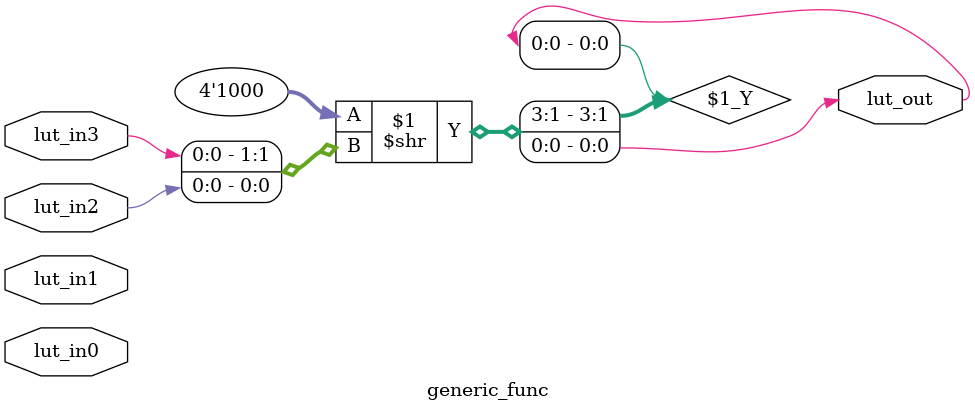
<source format=v>
/* Generated by Yosys 0.35+58 (git sha1 8bd681acf, gcc 11.4.0-1ubuntu1~22.04 -fPIC -Os) */

module generic_func(lut_in3, lut_in2, lut_in1, lut_in0, lut_out);
  input lut_in0;
  wire lut_in0;
  input lut_in1;
  wire lut_in1;
  input lut_in2;
  wire lut_in2;
  input lut_in3;
  wire lut_in3;
  output lut_out;
  wire lut_out;
  assign lut_out = 4'h8 >> { lut_in3, lut_in2 };
endmodule

</source>
